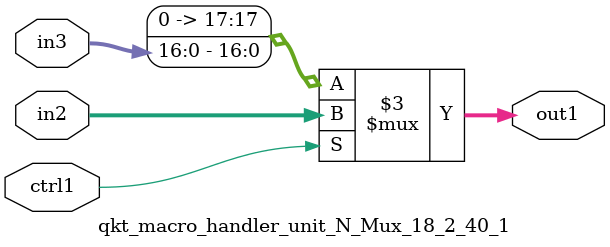
<source format=v>

`timescale 1ps / 1ps


module qkt_macro_handler_unit_N_Mux_18_2_40_1( in3, in2, ctrl1, out1 );

    input [16:0] in3;
    input [17:0] in2;
    input ctrl1;
    output [17:0] out1;
    reg [17:0] out1;

    
    // rtl_process:qkt_macro_handler_unit_N_Mux_18_2_40_1/qkt_macro_handler_unit_N_Mux_18_2_40_1_thread_1
    always @*
      begin : qkt_macro_handler_unit_N_Mux_18_2_40_1_thread_1
        case (ctrl1) 
          1'b1: 
            begin
              out1 = in2;
            end
          default: 
            begin
              out1 = {1'b0, in3};
            end
        endcase
      end

endmodule



</source>
